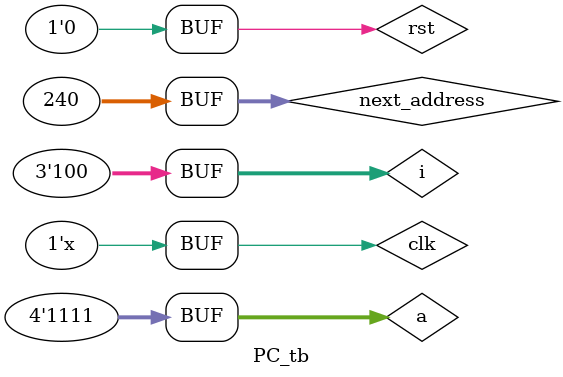
<source format=sv>
`include "sv_top.sv"
module PC_tb();

	logic clk;  // activ front pozitiv
	logic rst;  // activ pe 1, sincron
	reg [31:0] next_address;
	reg [31:0] address;

// Connect the interface
PC_1 ports(
 .clk     (clk),
 .rst     (rst),
 .next_address (next_address),
 .address(address)
);

// Connect the program
memory_top top(ports);
reg [2:0] i = 3'b000;
reg [3:0] a = 4'b000;
initial begin
  clk = 0;
  
end	

always #1 clk = ~clk;

  initial begin
   rst = 0;
   next_address = 0;
  for(i = 0;i < 4;i++) begin
    for(a = 0;a < 15;a++) begin 
    #2;
	next_address = next_address + 4;
  	a = a + 1;
	if( a == 15)
	rst = 1;
  	end
  end
   //#10 rst = ~rst;
   //#1 rst = 0;
   
end




  
     
	
  	
initial begin
  $dumpfile("dump.vcd");
  $dumpvars;
end

PC U_PC(
.clk   (clk),
.rst   (rst),
.next_address (next_address),
.address(address)
);
endmodule





</source>
